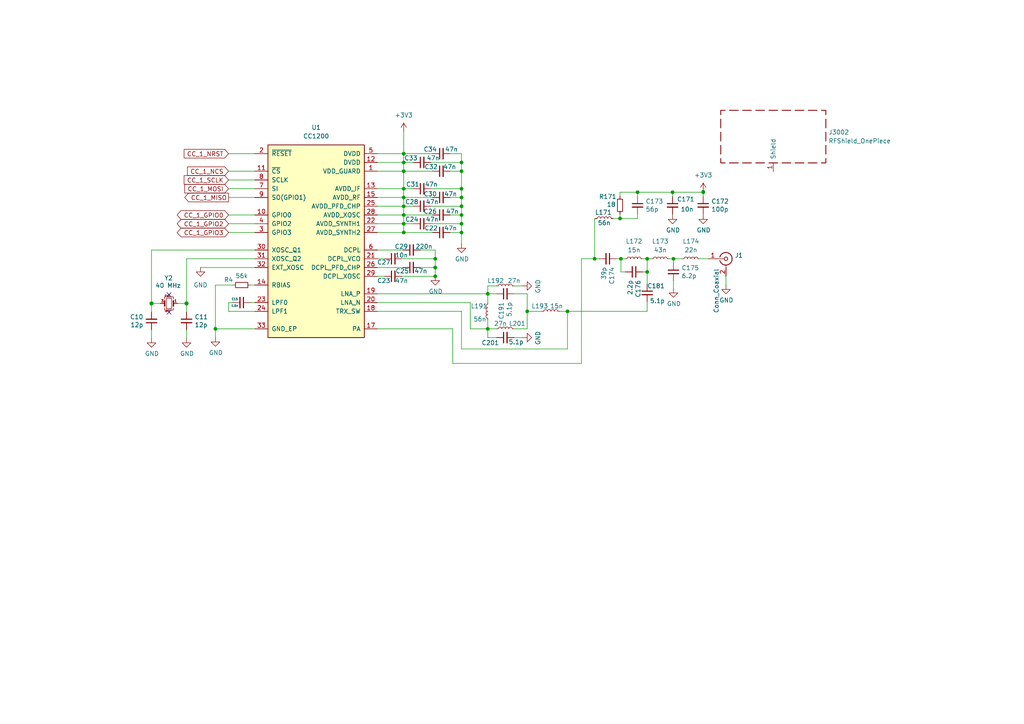
<source format=kicad_sch>
(kicad_sch (version 20211123) (generator eeschema)
  (paper "A4")
  (lib_symbols
    (symbol "Connector:Conn_Coaxial" (pin_names (offset 1.016) hide)
      (property "Reference" "J" (at 0.254 3.048 0))
      (property "Value" "Conn_Coaxial" (at 2.921 0 90))
      (symbol "Conn_Coaxial_0_1"
        (arc (start -1.778 -0.508) (mid 0.2311 -1.8066) (end 1.778 0) (stroke (width 0.254)))
        (polyline (pts (xy -2.54 0) (xy -0.508 0)))
        (polyline (pts (xy 0 -2.54) (xy 0 -1.778)))
        (circle (center 0 0) (radius 0.508) (stroke (width 0.2032)))
        (arc (start 1.778 0) (mid 0.2099 1.8101) (end -1.778 0.508) (stroke (width 0.254)))
      )
      (symbol "Conn_Coaxial_1_1"
        (pin passive line (at -5.08 0 0) (length 2.54) (name "In") (number "1"))
        (pin passive line (at 0 -5.08 90) (length 2.54) (name "Ext") (number "2"))
      )
    )
    (symbol "Device:Crystal_GND24_Small" (pin_names (offset 1.016) hide)
      (property "Reference" "Y" (at 1.27 4.445 0))
      (property "Value" "Crystal_GND24_Small" (at 1.27 2.54 0))
      (symbol "Crystal_GND24_Small_0_1"
        (rectangle (start -0.762 -1.524) (end 0.762 1.524))
        (polyline (pts (xy -1.27 -0.762) (xy -1.27 0.762)) (stroke (width 0.381)))
        (polyline (pts (xy 1.27 -0.762) (xy 1.27 0.762)) (stroke (width 0.381)))
        (polyline (pts (xy -1.27 -1.27) (xy -1.27 -1.905) (xy 1.27 -1.905) (xy 1.27 -1.27)))
        (polyline (pts (xy -1.27 1.27) (xy -1.27 1.905) (xy 1.27 1.905) (xy 1.27 1.27)))
      )
      (symbol "Crystal_GND24_Small_1_1"
        (pin passive line (at -2.54 0 0) (length 1.27) (name "1") (number "1"))
        (pin passive line (at 0 -2.54 90) (length 0.635) (name "2") (number "2"))
        (pin passive line (at 2.54 0 180) (length 1.27) (name "3") (number "3"))
        (pin passive line (at 0 2.54 270) (length 0.635) (name "4") (number "4"))
      )
    )
    (symbol "Device:L_Small" (pin_numbers hide) (pin_names (offset 0.254) hide)
      (property "Reference" "L" (at 0.762 1.016 0))
      (property "Value" "L_Small" (at 0.762 -1.016 0))
      (symbol "L_Small_0_1"
        (arc (start 0 -2.032) (mid 0.508 -1.524) (end 0 -1.016))
        (arc (start 0 -1.016) (mid 0.508 -0.508) (end 0 0))
        (arc (start 0 0) (mid 0.508 0.508) (end 0 1.016))
        (arc (start 0 1.016) (mid 0.508 1.524) (end 0 2.032))
      )
      (symbol "L_Small_1_1"
        (pin passive line (at 0 2.54 270) (length 0.508) (name "~") (number "1"))
        (pin passive line (at 0 -2.54 90) (length 0.508) (name "~") (number "2"))
      )
    )
    (symbol "Device:RFShield_OnePiece" (pin_names (offset 1.016))
      (property "Reference" "J" (at 0 5.08 0))
      (property "Value" "RFShield_OnePiece" (at 0 2.54 0))
      (symbol "RFShield_OnePiece_0_1"
        (polyline (pts (xy -15.24 -5.08) (xy -15.24 -2.54)) (stroke (width 0.254)))
        (polyline (pts (xy -15.24 -1.27) (xy -15.24 1.27)) (stroke (width 0.254)))
        (polyline (pts (xy -15.24 2.54) (xy -15.24 5.08)) (stroke (width 0.254)))
        (polyline (pts (xy -12.7 7.62) (xy -10.16 7.62)) (stroke (width 0.254)))
        (polyline (pts (xy -10.16 -7.62) (xy -12.7 -7.62)) (stroke (width 0.254)))
        (polyline (pts (xy -6.35 -7.62) (xy -8.89 -7.62)) (stroke (width 0.254)))
        (polyline (pts (xy -6.35 7.62) (xy -8.89 7.62)) (stroke (width 0.254)))
        (polyline (pts (xy -2.54 -7.62) (xy -5.08 -7.62)) (stroke (width 0.254)))
        (polyline (pts (xy -2.54 7.62) (xy -5.08 7.62)) (stroke (width 0.254)))
        (polyline (pts (xy -1.27 -7.62) (xy 1.27 -7.62)) (stroke (width 0.254)))
        (polyline (pts (xy 1.27 7.62) (xy -1.27 7.62)) (stroke (width 0.254)))
        (polyline (pts (xy 2.54 -7.62) (xy 5.08 -7.62)) (stroke (width 0.254)))
        (polyline (pts (xy 5.08 7.62) (xy 2.54 7.62)) (stroke (width 0.254)))
        (polyline (pts (xy 6.35 -7.62) (xy 8.89 -7.62)) (stroke (width 0.254)))
        (polyline (pts (xy 8.89 7.62) (xy 6.35 7.62)) (stroke (width 0.254)))
        (polyline (pts (xy 10.16 -7.62) (xy 12.7 -7.62)) (stroke (width 0.254)))
        (polyline (pts (xy 12.7 7.62) (xy 10.16 7.62)) (stroke (width 0.254)))
        (polyline (pts (xy 15.24 -5.08) (xy 15.24 -2.54)) (stroke (width 0.254)))
        (polyline (pts (xy 15.24 -1.27) (xy 15.24 1.27)) (stroke (width 0.254)))
        (polyline (pts (xy 15.24 2.54) (xy 15.24 5.08)) (stroke (width 0.254)))
        (polyline (pts (xy -15.24 6.35) (xy -15.24 7.62) (xy -13.97 7.62)) (stroke (width 0.254)))
        (polyline (pts (xy -13.97 -7.62) (xy -15.24 -7.62) (xy -15.24 -6.35)) (stroke (width 0.254)))
        (polyline (pts (xy 13.97 -7.62) (xy 15.24 -7.62) (xy 15.24 -6.35)) (stroke (width 0.254)))
        (polyline (pts (xy 15.24 6.35) (xy 15.24 7.62) (xy 13.97 7.62)) (stroke (width 0.254)))
      )
      (symbol "RFShield_OnePiece_1_1"
        (pin passive line (at 0 -10.16 90) (length 2.54) (name "Shield") (number "1"))
      )
    )
    (symbol "RF:CC1200" (pin_names (offset 1.016))
      (property "Reference" "U" (at -12.7 29.21 0))
      (property "Value" "CC1200" (at -10.16 -29.21 0))
      (symbol "CC1200_0_1"
        (rectangle (start -13.97 27.94) (end 13.97 -27.94) (stroke (width 0.254)) (fill (type background)))
      )
      (symbol "CC1200_1_1"
        (pin power_in line (at 17.78 20.32 180) (length 3.81) (name "VDD_GUARD") (number "1"))
        (pin bidirectional line (at -17.78 7.62 0) (length 3.81) (name "GPIO0") (number "10"))
        (pin input line (at -17.78 20.32 0) (length 3.81) (name "~{CS}") (number "11"))
        (pin power_in line (at 17.78 22.86 180) (length 3.81) (name "DVDD") (number "12"))
        (pin power_in line (at 17.78 15.24 180) (length 3.81) (name "AVDD_IF") (number "13"))
        (pin passive line (at -17.78 -12.7 0) (length 3.81) (name "RBIAS") (number "14"))
        (pin power_in line (at 17.78 12.7 180) (length 3.81) (name "AVDD_RF") (number "15"))
        (pin passive line (at 17.78 -25.4 180) (length 3.81) (name "PA") (number "17"))
        (pin passive line (at 17.78 -20.32 180) (length 3.81) (name "TRX_SW") (number "18"))
        (pin passive line (at 17.78 -15.24 180) (length 3.81) (name "LNA_P") (number "19"))
        (pin input line (at -17.78 25.4 0) (length 3.81) (name "~{RESET}") (number "2"))
        (pin passive line (at 17.78 -17.78 180) (length 3.81) (name "LNA_N") (number "20"))
        (pin power_out line (at 17.78 -5.08 180) (length 3.81) (name "DCPL_VCO") (number "21"))
        (pin power_in line (at 17.78 5.08 180) (length 3.81) (name "AVDD_SYNTH1") (number "22"))
        (pin passive line (at -17.78 -17.78 0) (length 3.81) (name "LPF0") (number "23"))
        (pin passive line (at -17.78 -20.32 0) (length 3.81) (name "LPF1") (number "24"))
        (pin power_in line (at 17.78 10.16 180) (length 3.81) (name "AVDD_PFD_CHP") (number "25"))
        (pin power_out line (at 17.78 -7.62 180) (length 3.81) (name "DCPL_PFD_CHP") (number "26"))
        (pin power_in line (at 17.78 2.54 180) (length 3.81) (name "AVDD_SYNTH2") (number "27"))
        (pin power_in line (at 17.78 7.62 180) (length 3.81) (name "AVDD_XOSC") (number "28"))
        (pin power_out line (at 17.78 -10.16 180) (length 3.81) (name "DCPL_XOSC") (number "29"))
        (pin bidirectional line (at -17.78 2.54 0) (length 3.81) (name "GPIO3") (number "3"))
        (pin passive line (at -17.78 -2.54 0) (length 3.81) (name "XOSC_Q1") (number "30"))
        (pin passive line (at -17.78 -5.08 0) (length 3.81) (name "XOSC_Q2") (number "31"))
        (pin input line (at -17.78 -7.62 0) (length 3.81) (name "EXT_XOSC") (number "32"))
        (pin power_in line (at -17.78 -25.4 0) (length 3.81) (name "GND_EP") (number "33"))
        (pin bidirectional line (at -17.78 5.08 0) (length 3.81) (name "GPIO2") (number "4"))
        (pin power_in line (at 17.78 25.4 180) (length 3.81) (name "DVDD") (number "5"))
        (pin power_out line (at 17.78 -2.54 180) (length 3.81) (name "DCPL") (number "6"))
        (pin input line (at -17.78 15.24 0) (length 3.81) (name "SI") (number "7"))
        (pin input line (at -17.78 17.78 0) (length 3.81) (name "SCLK") (number "8"))
        (pin bidirectional line (at -17.78 12.7 0) (length 3.81) (name "SO(GPIO1)") (number "9"))
      )
    )
    (symbol "pkl_device:pkl_C_Small" (pin_numbers hide) (pin_names (offset 0.254) hide)
      (property "Reference" "C" (at 0.254 1.778 0))
      (property "Value" "pkl_C_Small" (at 0.254 -2.032 0))
      (symbol "pkl_C_Small_0_1"
        (polyline (pts (xy -1.524 -0.508) (xy 1.524 -0.508)) (stroke (width 0.3302)))
        (polyline (pts (xy -1.524 0.508) (xy 1.524 0.508)) (stroke (width 0.3048)))
      )
      (symbol "pkl_C_Small_1_1"
        (pin passive line (at 0 2.54 270) (length 1.905) (name "~") (number "1"))
        (pin passive line (at 0 -2.54 90) (length 2.032) (name "~") (number "2"))
      )
    )
    (symbol "pkl_device:pkl_R_Small" (pin_numbers hide) (pin_names (offset 0.254) hide)
      (property "Reference" "R" (at 0.762 0.508 0))
      (property "Value" "pkl_R_Small" (at 0.762 -1.016 0))
      (symbol "pkl_R_Small_0_1"
        (rectangle (start -0.762 1.778) (end 0.762 -1.778) (stroke (width 0.2032)))
      )
      (symbol "pkl_R_Small_1_1"
        (pin passive line (at 0 2.54 270) (length 0.762) (name "~") (number "1"))
        (pin passive line (at 0 -2.54 90) (length 0.762) (name "~") (number "2"))
      )
    )
    (symbol "power:+3.3V" (power) (pin_names (offset 0))
      (property "Value" "+3.3V" (at 0 3.556 0))
      (symbol "+3.3V_0_1"
        (polyline (pts (xy -0.762 1.27) (xy 0 2.54)))
        (polyline (pts (xy 0 0) (xy 0 2.54)))
        (polyline (pts (xy 0 2.54) (xy 0.762 1.27)))
      )
      (symbol "+3.3V_1_1"
        (pin power_in line (at 0 0 90) (length 0) hide (name "+3V3") (number "1"))
      )
    )
    (symbol "power:GND" (power) (pin_names (offset 0))
      (property "Value" "GND" (at 0 -3.81 0))
      (symbol "GND_0_1"
        (polyline (pts (xy 0 0) (xy 0 -1.27) (xy 1.27 -1.27) (xy 0 -2.54) (xy -1.27 -1.27) (xy 0 -1.27)))
      )
      (symbol "GND_1_1"
        (pin power_in line (at 0 0 270) (length 0) hide (name "GND") (number "1"))
      )
    )
  )
  (junction (at 203.962 55.753))
  (junction (at 152.908 90.297))
  (junction (at 117.094 62.357))
  (junction (at 133.858 67.437))
  (junction (at 126.238 75.057))
  (junction (at 179.832 63.373))
  (junction (at 203.962 55.6261))
  (junction (at 141.478 85.217))
  (junction (at 117.094 49.657))
  (junction (at 187.706 78.867))
  (junction (at 195.326 75.057))
  (junction (at 133.858 47.117))
  (junction (at 133.858 57.277))
  (junction (at 117.094 47.117))
  (junction (at 126.238 77.597))
  (junction (at 126.238 80.137))
  (junction (at 133.858 62.357))
  (junction (at 117.094 67.437))
  (junction (at 133.858 49.657))
  (junction (at 133.858 64.897))
  (junction (at 164.592 90.297))
  (junction (at 180.086 75.057))
  (junction (at 43.942 88.011) (diameter 1.016))
  (junction (at 195.072 55.753))
  (junction (at 184.912 55.753))
  (junction (at 133.858 59.817))
  (junction (at 54.102 88.011) (diameter 1.016))
  (junction (at 117.094 44.577))
  (junction (at 117.094 59.817))
  (junction (at 117.094 54.737))
  (junction (at 172.466 75.057))
  (junction (at 141.478 95.377))
  (junction (at 117.094 57.277))
  (junction (at 62.484 95.377))
  (junction (at 133.858 54.737))
  (junction (at 117.094 64.897))
  (junction (at 187.706 75.057))
  (no_connect (at 49.022 90.551))
  (no_connect (at 49.022 85.471))
  (wire (pts (xy 133.858 47.117) (xy 133.858 49.657)))
  (wire (pts (xy 203.962 55.6261) (xy 203.962 55.753)))
  (wire (pts (xy 186.436 78.867) (xy 187.706 78.867)))
  (wire (pts (xy 177.8 63.373) (xy 179.832 63.373)))
  (wire (pts (xy 117.094 64.897) (xy 117.094 67.437)))
  (wire (pts (xy 117.094 62.357) (xy 125.476 62.357)))
  (wire (pts (xy 187.706 87.503) (xy 187.706 90.297)))
  (wire (pts (xy 66.294 87.757) (xy 67.564 87.757)))
  (wire (pts (xy 117.094 67.437) (xy 125.476 67.437)))
  (wire (pts (xy 172.466 63.373) (xy 172.72 63.373)))
  (wire (pts (xy 124.968 64.897) (xy 133.858 64.897)))
  (wire (pts (xy 117.094 47.117) (xy 119.888 47.117)))
  (wire (pts (xy 136.398 87.757) (xy 136.398 95.377)))
  (wire (pts (xy 124.968 59.817) (xy 133.858 59.817)))
  (wire (pts (xy 157.226 90.297) (xy 152.908 90.297)))
  (wire (pts (xy 131.318 95.377) (xy 131.318 105.41)))
  (wire (pts (xy 117.094 49.657) (xy 125.476 49.657)))
  (wire (pts (xy 117.094 57.277) (xy 117.094 59.817)))
  (wire (pts (xy 109.474 80.137) (xy 111.506 80.137)))
  (wire (pts (xy 168.656 105.41) (xy 168.656 75.057)))
  (wire (pts (xy 43.942 95.631) (xy 43.942 98.171)))
  (wire (pts (xy 43.942 90.551) (xy 43.942 88.011)))
  (wire (pts (xy 66.294 52.197) (xy 73.914 52.197)))
  (wire (pts (xy 184.912 55.753) (xy 195.072 55.753)))
  (wire (pts (xy 124.968 54.737) (xy 133.858 54.737)))
  (wire (pts (xy 54.102 75.057) (xy 73.914 75.057)))
  (wire (pts (xy 66.294 90.297) (xy 66.294 87.757)))
  (wire (pts (xy 43.942 72.517) (xy 73.914 72.517)))
  (wire (pts (xy 133.858 44.577) (xy 133.858 47.117)))
  (wire (pts (xy 43.942 88.011) (xy 46.482 88.011)))
  (wire (pts (xy 66.294 54.737) (xy 73.914 54.737)))
  (wire (pts (xy 43.942 72.517) (xy 43.942 88.011)))
  (wire (pts (xy 66.294 64.897) (xy 73.914 64.897)))
  (wire (pts (xy 149.098 95.377) (xy 152.908 95.377)))
  (wire (pts (xy 187.706 78.867) (xy 187.706 75.057)))
  (wire (pts (xy 66.294 49.657) (xy 73.914 49.657)))
  (wire (pts (xy 131.318 105.41) (xy 168.656 105.41)))
  (wire (pts (xy 133.858 57.277) (xy 133.858 59.817)))
  (wire (pts (xy 109.474 77.597) (xy 116.84 77.597)))
  (wire (pts (xy 109.474 75.057) (xy 111.506 75.057)))
  (wire (pts (xy 117.094 44.577) (xy 125.476 44.577)))
  (wire (pts (xy 124.968 47.117) (xy 133.858 47.117)))
  (wire (pts (xy 179.832 55.753) (xy 184.912 55.753)))
  (wire (pts (xy 109.474 85.217) (xy 141.478 85.217)))
  (wire (pts (xy 54.102 95.631) (xy 54.102 98.171)))
  (wire (pts (xy 58.166 77.597) (xy 73.914 77.597)))
  (wire (pts (xy 195.072 62.103) (xy 195.072 62.357)))
  (wire (pts (xy 109.474 72.517) (xy 116.84 72.517)))
  (wire (pts (xy 109.474 95.377) (xy 131.318 95.377)))
  (wire (pts (xy 179.832 57.023) (xy 179.832 55.753)))
  (wire (pts (xy 117.094 59.817) (xy 119.888 59.817)))
  (wire (pts (xy 144.018 97.917) (xy 141.478 97.917)))
  (wire (pts (xy 195.326 81.407) (xy 195.326 83.693)))
  (wire (pts (xy 109.474 62.357) (xy 117.094 62.357)))
  (wire (pts (xy 172.466 63.373) (xy 172.466 75.057)))
  (wire (pts (xy 195.072 57.023) (xy 195.072 55.753)))
  (wire (pts (xy 116.586 75.057) (xy 126.238 75.057)))
  (wire (pts (xy 117.094 57.277) (xy 125.476 57.277)))
  (wire (pts (xy 133.858 90.297) (xy 133.858 101.219)))
  (wire (pts (xy 130.556 44.577) (xy 133.858 44.577)))
  (wire (pts (xy 117.094 54.737) (xy 119.888 54.737)))
  (wire (pts (xy 117.094 59.817) (xy 117.094 62.357)))
  (wire (pts (xy 144.018 85.217) (xy 141.478 85.217)))
  (wire (pts (xy 195.326 75.057) (xy 195.326 76.327)))
  (wire (pts (xy 66.294 67.437) (xy 73.914 67.437)))
  (wire (pts (xy 141.478 85.217) (xy 141.478 87.757)))
  (wire (pts (xy 73.914 95.377) (xy 62.484 95.377)))
  (wire (pts (xy 133.858 54.737) (xy 133.858 57.277)))
  (wire (pts (xy 136.398 95.377) (xy 141.478 95.377)))
  (wire (pts (xy 203.962 62.103) (xy 203.962 62.357)))
  (wire (pts (xy 130.556 57.277) (xy 133.858 57.277)))
  (wire (pts (xy 184.912 55.753) (xy 184.912 57.023)))
  (wire (pts (xy 66.294 62.357) (xy 73.914 62.357)))
  (wire (pts (xy 54.102 75.057) (xy 54.102 88.011)))
  (wire (pts (xy 141.478 92.837) (xy 141.478 95.377)))
  (wire (pts (xy 117.094 47.117) (xy 117.094 49.657)))
  (wire (pts (xy 126.238 75.057) (xy 126.238 77.597)))
  (wire (pts (xy 72.644 87.757) (xy 73.914 87.757)))
  (wire (pts (xy 149.098 85.217) (xy 152.908 85.217)))
  (wire (pts (xy 109.474 47.117) (xy 117.094 47.117)))
  (wire (pts (xy 202.946 75.057) (xy 205.486 75.057)))
  (wire (pts (xy 181.356 78.867) (xy 180.086 78.867)))
  (wire (pts (xy 109.474 64.897) (xy 117.094 64.897)))
  (wire (pts (xy 117.094 64.897) (xy 119.888 64.897)))
  (wire (pts (xy 133.858 101.219) (xy 164.592 101.219)))
  (wire (pts (xy 130.556 62.357) (xy 133.858 62.357)))
  (wire (pts (xy 109.474 59.817) (xy 117.094 59.817)))
  (wire (pts (xy 130.556 49.657) (xy 133.858 49.657)))
  (wire (pts (xy 126.238 77.597) (xy 126.238 80.137)))
  (wire (pts (xy 141.478 95.377) (xy 144.018 95.377)))
  (wire (pts (xy 195.326 75.057) (xy 197.866 75.057)))
  (wire (pts (xy 62.484 95.377) (xy 62.484 97.917)))
  (wire (pts (xy 141.478 95.377) (xy 141.478 97.917)))
  (wire (pts (xy 187.706 78.867) (xy 187.706 82.423)))
  (wire (pts (xy 187.706 75.057) (xy 188.976 75.057)))
  (wire (pts (xy 109.474 44.577) (xy 117.094 44.577)))
  (wire (pts (xy 109.474 57.277) (xy 117.094 57.277)))
  (wire (pts (xy 149.098 97.917) (xy 151.638 97.917)))
  (wire (pts (xy 130.556 67.437) (xy 133.858 67.437)))
  (wire (pts (xy 184.912 62.103) (xy 184.912 63.373)))
  (wire (pts (xy 109.474 67.437) (xy 117.094 67.437)))
  (wire (pts (xy 194.056 75.057) (xy 195.326 75.057)))
  (wire (pts (xy 144.018 82.931) (xy 141.478 82.931)))
  (wire (pts (xy 121.92 72.517) (xy 126.238 72.517)))
  (wire (pts (xy 141.478 82.931) (xy 141.478 85.217)))
  (wire (pts (xy 73.914 90.297) (xy 66.294 90.297)))
  (wire (pts (xy 162.306 90.297) (xy 164.592 90.297)))
  (wire (pts (xy 54.102 88.011) (xy 54.102 90.551)))
  (wire (pts (xy 164.592 90.297) (xy 164.592 101.219)))
  (wire (pts (xy 180.086 75.057) (xy 181.356 75.057)))
  (wire (pts (xy 109.474 49.657) (xy 117.094 49.657)))
  (wire (pts (xy 62.484 82.677) (xy 62.484 95.377)))
  (wire (pts (xy 179.832 63.373) (xy 184.912 63.373)))
  (wire (pts (xy 172.466 75.057) (xy 173.736 75.057)))
  (wire (pts (xy 133.858 49.657) (xy 133.858 54.737)))
  (wire (pts (xy 152.908 90.297) (xy 152.908 85.217)))
  (wire (pts (xy 178.816 75.057) (xy 180.086 75.057)))
  (wire (pts (xy 126.238 72.517) (xy 126.238 75.057)))
  (wire (pts (xy 117.094 62.357) (xy 117.094 64.897)))
  (wire (pts (xy 66.294 44.577) (xy 73.914 44.577)))
  (wire (pts (xy 180.086 78.867) (xy 180.086 75.057)))
  (wire (pts (xy 187.706 75.057) (xy 186.436 75.057)))
  (wire (pts (xy 66.294 57.277) (xy 73.914 57.277)))
  (wire (pts (xy 109.474 54.737) (xy 117.094 54.737)))
  (wire (pts (xy 117.094 44.577) (xy 117.094 47.117)))
  (wire (pts (xy 121.92 77.597) (xy 126.238 77.597)))
  (wire (pts (xy 152.908 95.377) (xy 152.908 90.297)))
  (wire (pts (xy 133.858 67.437) (xy 133.858 70.739)))
  (wire (pts (xy 72.644 82.677) (xy 73.914 82.677)))
  (wire (pts (xy 179.832 62.103) (xy 179.832 63.373)))
  (wire (pts (xy 116.586 80.137) (xy 126.238 80.137)))
  (wire (pts (xy 149.098 82.931) (xy 151.638 82.931)))
  (wire (pts (xy 117.094 54.737) (xy 117.094 57.277)))
  (wire (pts (xy 195.072 55.753) (xy 203.962 55.753)))
  (wire (pts (xy 117.094 38.227) (xy 117.094 44.577)))
  (wire (pts (xy 109.474 90.297) (xy 133.858 90.297)))
  (wire (pts (xy 210.566 80.137) (xy 210.566 82.677)))
  (wire (pts (xy 168.656 75.057) (xy 172.466 75.057)))
  (wire (pts (xy 203.962 55.753) (xy 203.962 57.023)))
  (wire (pts (xy 67.564 82.677) (xy 62.484 82.677)))
  (wire (pts (xy 133.858 62.357) (xy 133.858 64.897)))
  (wire (pts (xy 133.858 64.897) (xy 133.858 67.437)))
  (wire (pts (xy 164.592 90.297) (xy 187.706 90.297)))
  (wire (pts (xy 117.094 49.657) (xy 117.094 54.737)))
  (wire (pts (xy 133.858 59.817) (xy 133.858 62.357)))
  (wire (pts (xy 51.562 88.011) (xy 54.102 88.011)))
  (wire (pts (xy 109.474 87.757) (xy 136.398 87.757)))
  (global_label "CC_1_GPIO0" (shape bidirectional) (at 66.294 62.357 180) (property "Intersheet References" "${INTERSHEET_REFS}" (effects hide)))
  (global_label "CC_1_NCS" (shape input) (at 66.294 49.657 180) (property "Intersheet References" "${INTERSHEET_REFS}" (effects hide)))
  (global_label "CC_1_GPIO3" (shape bidirectional) (at 66.294 67.437 180) (property "Intersheet References" "${INTERSHEET_REFS}" (effects hide)))
  (global_label "CC_1_MISO" (shape output) (at 66.294 57.277 180) (property "Intersheet References" "${INTERSHEET_REFS}" (effects hide)))
  (global_label "CC_1_GPIO2" (shape bidirectional) (at 66.294 64.897 180) (property "Intersheet References" "${INTERSHEET_REFS}" (effects hide)))
  (global_label "CC_1_SCLK" (shape input) (at 66.294 52.197 180) (property "Intersheet References" "${INTERSHEET_REFS}" (effects hide)))
  (global_label "CC_1_NRST" (shape input) (at 66.294 44.577 180) (property "Intersheet References" "${INTERSHEET_REFS}" (effects hide)))
  (global_label "CC_1_MOSI" (shape input) (at 66.294 54.737 180) (property "Intersheet References" "${INTERSHEET_REFS}" (effects hide)))
  (symbol (lib_id "Connector:Conn_Coaxial") (at 210.566 75.057 0) (unit 1)
    (property "Reference" "J1" (at 213.106 74.0801 0) (effects (justify left)))
    (property "Value" "Conn_Coaxial" (at 207.772 90.805 90) (effects (justify left)))
    (property "Footprint" "Connector_Coaxial:HJ_Tech_SMA_Horizontal_Board_Edge_RF" (effects hide))
    (property "Datasheet" "LCSC: C2693811" (effects hide))
  )
  (symbol (lib_id "pkl_device:pkl_C_Small") (at 122.428 64.897 90) (unit 1)
    (property "Reference" "C24" (at 121.412 63.627 90) (effects (justify left)))
    (property "Value" "47n" (at 127.254 63.627 90) (effects (justify left)))
    (property "Footprint" "Capacitor_SMD:C_0805_2012Metric" (effects hide))
    (property "Datasheet" "LCSC: C520035" (effects hide))
  )
  (symbol (lib_id "pkl_device:pkl_C_Small") (at 187.706 84.963 0) (unit 1)
    (property "Reference" "C181" (at 187.706 82.931 0) (effects (justify left)))
    (property "Value" "5.1p" (at 188.468 87.249 0) (effects (justify left)))
    (property "Footprint" "Capacitor_SMD:C_0603_1608Metric" (effects hide))
    (property "Datasheet" "LCSC: C882560" (effects hide))
  )
  (symbol (lib_id "pkl_device:pkl_C_Small") (at 146.558 97.917 90) (mirror x) (unit 1)
    (property "Reference" "C201" (at 144.78 99.441 90) (effects (justify left)))
    (property "Value" "5.1p" (at 151.892 99.187 90) (effects (justify left)))
    (property "Footprint" "Capacitor_SMD:C_0603_1608Metric" (effects hide))
    (property "Datasheet" "LCSC: C882560" (effects hide))
  )
  (symbol (lib_id "power:GND") (at 151.638 82.931 90) (mirror x) (unit 1)
    (property "Reference" "#PWR0123" (effects hide))
    (property "Value" "GND" (at 156.0322 83.058 0))
  )
  (symbol (lib_id "pkl_device:pkl_C_Small") (at 176.276 75.057 270) (unit 1)
    (property "Reference" "C174" (at 177.4444 77.3938 0) (effects (justify left)))
    (property "Value" "39p" (at 175.133 77.3938 0) (effects (justify left)))
    (property "Footprint" "Capacitor_SMD:C_0603_1608Metric" (effects hide))
    (property "Datasheet" "LCSC: C126563" (effects hide))
  )
  (symbol (lib_id "pkl_device:pkl_R_Small") (at 179.832 59.563 0) (unit 1)
    (property "Reference" "R171" (at 176.276 57.023 0))
    (property "Value" "18" (at 177.292 59.309 0))
    (property "Footprint" "Resistor_SMD:R_0603_1608Metric" (effects hide))
    (property "Datasheet" "LCSC: C403440" (effects hide))
  )
  (symbol (lib_id "pkl_device:pkl_C_Small") (at 146.558 85.217 90) (mirror x) (unit 1)
    (property "Reference" "C191" (at 145.3896 87.5538 0) (effects (justify left)))
    (property "Value" "5.1p" (at 147.701 87.5538 0) (effects (justify left)))
    (property "Footprint" "Capacitor_SMD:C_0603_1608Metric" (effects hide))
    (property "Datasheet" "LCSC: C882560" (effects hide))
  )
  (symbol (lib_id "power:GND") (at 43.942 98.171 0) (unit 1)
    (property "Reference" "#PWR0117" (effects hide))
    (property "Value" "GND" (at 44.069 102.5652 0))
  )
  (symbol (lib_id "Device:L_Small") (at 159.766 90.297 90) (unit 1)
    (property "Reference" "L193" (at 159.004 88.773 90) (effects (justify left)))
    (property "Value" "15n" (at 163.322 88.773 90) (effects (justify left)))
    (property "Footprint" "Inductor_SMD:L_0402_1005Metric" (effects hide))
    (property "Datasheet" "LCSC: C502013" (effects hide))
  )
  (symbol (lib_id "pkl_device:pkl_C_Small") (at 122.428 59.817 90) (unit 1)
    (property "Reference" "C28" (at 121.412 58.547 90) (effects (justify left)))
    (property "Value" "47n" (at 127.254 58.547 90) (effects (justify left)))
    (property "Footprint" "Capacitor_SMD:C_0805_2012Metric" (effects hide))
    (property "Datasheet" "LCSC: C520035" (effects hide))
  )
  (symbol (lib_id "Device:Crystal_GND24_Small") (at 49.022 88.011 180) (unit 1)
    (property "Reference" "Y2" (at 48.895 80.645 0))
    (property "Value" "40 MHz" (at 48.768 82.804 0))
    (property "Footprint" "Crystal:Crystal_SMD_2016-4Pin_2.0x1.6mm" (effects hide))
    (property "Datasheet" "LCSC: C516561" (effects hide))
  )
  (symbol (lib_id "Device:L_Small") (at 141.478 90.297 0) (mirror y) (unit 1)
    (property "Reference" "L191" (at 138.938 88.773 0))
    (property "Value" "56n" (at 139.192 92.583 0))
    (property "Footprint" "Inductor_SMD:L_0603_1608Metric" (effects hide))
    (property "Datasheet" "LCSC: C87538" (effects hide))
  )
  (symbol (lib_id "pkl_device:pkl_C_Small") (at 119.38 77.597 90) (unit 1)
    (property "Reference" "C25" (at 118.618 78.613 90) (effects (justify left)))
    (property "Value" "47n" (at 123.952 78.613 90) (effects (justify left)))
    (property "Footprint" "Capacitor_SMD:C_0201_0603Metric" (effects hide))
    (property "Datasheet" "LCSC: C302047" (effects hide))
  )
  (symbol (lib_id "pkl_device:pkl_C_Small") (at 122.428 54.737 90) (unit 1)
    (property "Reference" "C31" (at 121.666 53.467 90) (effects (justify left)))
    (property "Value" "47n" (at 127 53.467 90) (effects (justify left)))
    (property "Footprint" "Capacitor_SMD:C_0805_2012Metric" (effects hide))
    (property "Datasheet" "LCSC: C520035" (effects hide))
  )
  (symbol (lib_id "pkl_device:pkl_C_Small") (at 122.428 47.117 90) (unit 1)
    (property "Reference" "C33" (at 121.158 45.847 90) (effects (justify left)))
    (property "Value" "47n" (at 127.508 45.847 90) (effects (justify left)))
    (property "Footprint" "Capacitor_SMD:C_0805_2012Metric" (effects hide))
    (property "Datasheet" "LCSC: C520035" (effects hide))
  )
  (symbol (lib_id "power:+3.3V") (at 117.094 38.227 0) (unit 1)
    (property "Reference" "#PWR0118" (effects hide))
    (property "Value" "+3.3V" (at 117.094 33.401 0))
  )
  (symbol (lib_id "pkl_device:pkl_C_Small") (at 54.102 93.091 0) (unit 1)
    (property "Reference" "C11" (at 56.4388 91.9226 0) (effects (justify left)))
    (property "Value" "12p" (at 56.4388 94.234 0) (effects (justify left)))
    (property "Footprint" "Capacitor_SMD:C_0201_0603Metric" (effects hide))
    (property "Datasheet" "LCSC: C302056" (effects hide))
  )
  (symbol (lib_id "pkl_device:pkl_C_Small") (at 183.896 78.867 270) (unit 1)
    (property "Reference" "C176" (at 185.0644 81.2038 0) (effects (justify left)))
    (property "Value" "2.2p" (at 182.753 81.2038 0) (effects (justify left)))
    (property "Footprint" "Capacitor_SMD:C_0402_1005Metric" (effects hide))
    (property "Datasheet" "LCSC: C437438" (effects hide))
  )
  (symbol (lib_id "Device:RFShield_OnePiece") (at 224.282 39.624 0) (unit 1)
    (property "Reference" "J3002" (at 240.284 38.3539 0) (effects (justify left)))
    (property "Value" "RFShield_OnePiece" (at 240.284 40.8939 0) (effects (justify left)))
    (property "Footprint" "RF_Shielding:Wuerth_36103255_25x25mm" (effects hide))
  )
  (symbol (lib_id "power:GND") (at 62.484 97.917 0) (unit 1)
    (property "Reference" "#PWR0114" (effects hide))
    (property "Value" "GND" (at 62.611 102.3112 0))
  )
  (symbol (lib_id "pkl_device:pkl_C_Small") (at 195.326 78.867 0) (unit 1)
    (property "Reference" "C175" (at 197.6628 77.6986 0) (effects (justify left)))
    (property "Value" "6.2p" (at 197.6628 80.01 0) (effects (justify left)))
    (property "Footprint" "Capacitor_SMD:C_0402_1005Metric" (effects hide))
    (property "Datasheet" "LCSC: C161332" (effects hide))
  )
  (symbol (lib_id "power:+3.3V") (at 203.962 55.6261 0) (unit 1)
    (property "Reference" "#PWR0120" (effects hide))
    (property "Value" "+3.3V" (at 203.962 50.8001 0))
  )
  (symbol (lib_id "pkl_device:pkl_C_Small") (at 114.046 75.057 90) (unit 1)
    (property "Reference" "C27" (at 113.284 76.073 90) (effects (justify left)))
    (property "Value" "10n" (at 118.364 74.041 90) (effects (justify left)))
    (property "Footprint" "Capacitor_SMD:C_01005_0402Metric" (effects hide))
    (property "Datasheet" "LCSC: C91601" (effects hide))
  )
  (symbol (lib_id "pkl_device:pkl_C_Small") (at 203.962 59.563 0) (unit 1)
    (property "Reference" "C172" (at 206.2988 58.3946 0) (effects (justify left)))
    (property "Value" "100p" (at 206.2988 60.706 0) (effects (justify left)))
    (property "Footprint" "Capacitor_SMD:C_0603_1608Metric" (effects hide))
    (property "Datasheet" "LCSC: C77053" (effects hide))
  )
  (symbol (lib_id "Device:L_Small") (at 175.26 63.373 90) (unit 1)
    (property "Reference" "L171" (at 175.006 61.595 90))
    (property "Value" "56n" (at 175.26 64.643 90))
    (property "Footprint" "Inductor_SMD:L_0603_1608Metric" (effects hide))
    (property "Datasheet" "LCSC: C87538" (effects hide))
  )
  (symbol (lib_id "power:GND") (at 54.102 98.171 0) (unit 1)
    (property "Reference" "#PWR0113" (effects hide))
    (property "Value" "GND" (at 54.229 102.5652 0))
  )
  (symbol (lib_id "pkl_device:pkl_R_Small") (at 70.104 82.677 270) (unit 1)
    (property "Reference" "R4" (at 66.294 81.153 90))
    (property "Value" "56k" (at 70.104 80.01 90))
    (property "Footprint" "Resistor_SMD:R_0805_2012Metric" (effects hide))
    (property "Datasheet" "LCSC: C204332" (effects hide))
  )
  (symbol (lib_id "Device:L_Small") (at 191.516 75.057 90) (unit 1)
    (property "Reference" "L173" (at 191.516 69.977 90))
    (property "Value" "43n" (at 191.516 72.517 90))
    (property "Footprint" "Inductor_SMD:L_0402_1005Metric" (effects hide))
    (property "Datasheet" "LCSC: C167478" (effects hide))
  )
  (symbol (lib_id "power:GND") (at 195.326 83.693 0) (unit 1)
    (property "Reference" "#PWR028" (effects hide))
    (property "Value" "GND" (at 195.453 88.0872 0))
  )
  (symbol (lib_id "power:GND") (at 151.638 97.917 90) (mirror x) (unit 1)
    (property "Reference" "#PWR0122" (effects hide))
    (property "Value" "GND" (at 156.0322 98.044 0))
  )
  (symbol (lib_id "pkl_device:pkl_C_Small") (at 114.046 80.137 90) (unit 1)
    (property "Reference" "C23" (at 113.284 81.407 90) (effects (justify left)))
    (property "Value" "47n" (at 118.364 81.407 90) (effects (justify left)))
    (property "Footprint" "Capacitor_SMD:C_0603_1608Metric" (effects hide))
    (property "Datasheet" "LCSC: C302047" (effects hide))
  )
  (symbol (lib_id "power:GND") (at 203.962 62.357 0) (unit 1)
    (property "Reference" "#PWR030" (effects hide))
    (property "Value" "GND" (at 204.089 66.7512 0))
  )
  (symbol (lib_id "power:GND") (at 195.072 62.357 0) (unit 1)
    (property "Reference" "#PWR027" (effects hide))
    (property "Value" "GND" (at 195.199 66.7512 0))
  )
  (symbol (lib_id "pkl_device:pkl_C_Small") (at 128.016 44.577 90) (unit 1)
    (property "Reference" "C34" (at 126.746 43.307 90) (effects (justify left)))
    (property "Value" "47n" (at 132.842 43.307 90) (effects (justify left)))
    (property "Footprint" "Capacitor_SMD:C_0805_2012Metric" (effects hide))
    (property "Datasheet" "LCSC: C520035" (effects hide))
  )
  (symbol (lib_id "pkl_device:pkl_C_Small") (at 119.38 72.517 90) (unit 1)
    (property "Reference" "C29" (at 118.364 71.501 90) (effects (justify left)))
    (property "Value" "220n" (at 125.476 71.501 90) (effects (justify left)))
    (property "Footprint" "Capacitor_SMD:C_0603_1608Metric" (effects hide))
    (property "Datasheet" "LCSC: C335532" (effects hide))
  )
  (symbol (lib_id "pkl_device:pkl_C_Small") (at 128.016 67.437 90) (unit 1)
    (property "Reference" "C22" (at 127 66.167 90) (effects (justify left)))
    (property "Value" "47n" (at 132.588 66.167 90) (effects (justify left)))
    (property "Footprint" "Capacitor_SMD:C_0805_2012Metric" (effects hide))
    (property "Datasheet" "LCSC: C520035" (effects hide))
  )
  (symbol (lib_id "power:GND") (at 210.566 82.677 0) (unit 1)
    (property "Reference" "#PWR0124" (effects hide))
    (property "Value" "GND" (at 210.693 87.0712 0))
  )
  (symbol (lib_id "Device:L_Small") (at 200.406 75.057 90) (unit 1)
    (property "Reference" "L174" (at 200.406 69.977 90))
    (property "Value" "22n" (at 200.406 72.517 90))
    (property "Footprint" "Inductor_SMD:L_0402_1005Metric" (effects hide))
    (property "Datasheet" "LCSC: C12670" (effects hide))
  )
  (symbol (lib_id "pkl_device:pkl_C_Small") (at 70.104 87.757 270) (unit 1)
    (property "Reference" "C15" (at 67.183 86.741 90) (effects (font (size 0.6 0.6)) (justify left)))
    (property "Value" "1.5n" (at 67.056 88.646 90) (effects (font (size 0.6 0.6)) (justify left)))
    (property "Footprint" "Capacitor_SMD:C_0805_2012Metric" (effects hide))
    (property "Datasheet" "LCSC: C319195" (effects hide))
  )
  (symbol (lib_id "power:GND") (at 133.858 70.739 0) (unit 1)
    (property "Reference" "#PWR0115" (effects hide))
    (property "Value" "GND" (at 133.985 75.1332 0))
  )
  (symbol (lib_id "power:GND") (at 58.166 77.597 0) (unit 1)
    (property "Reference" "#PWR0108" (effects hide))
    (property "Value" "GND" (at 58.166 82.677 0))
  )
  (symbol (lib_id "pkl_device:pkl_C_Small") (at 128.016 62.357 90) (unit 1)
    (property "Reference" "C26" (at 126.746 61.341 90) (effects (justify left)))
    (property "Value" "47n" (at 133.096 61.341 90) (effects (justify left)))
    (property "Footprint" "Capacitor_SMD:C_0805_2012Metric" (effects hide))
    (property "Datasheet" "LCSC: C520035" (effects hide))
  )
  (symbol (lib_id "pkl_device:pkl_C_Small") (at 128.016 49.657 90) (unit 1)
    (property "Reference" "C32" (at 127 48.387 90) (effects (justify left)))
    (property "Value" "47n" (at 132.334 48.387 90) (effects (justify left)))
    (property "Footprint" "Capacitor_SMD:C_0805_2012Metric" (effects hide))
    (property "Datasheet" "LCSC: C520035" (effects hide))
  )
  (symbol (lib_id "Device:L_Small") (at 183.896 75.057 90) (unit 1)
    (property "Reference" "L172" (at 183.896 69.977 90))
    (property "Value" "15n" (at 183.896 72.517 90))
    (property "Footprint" "Inductor_SMD:L_0402_1005Metric" (effects hide))
    (property "Datasheet" "LCSC: C502013" (effects hide))
  )
  (symbol (lib_id "RF:CC1200") (at 91.694 69.977 0) (unit 1)
    (property "Reference" "U1" (at 91.694 36.957 0))
    (property "Value" "CC1200" (at 91.694 39.497 0))
    (property "Footprint" "Package_DFN_QFN:QFN-32-1EP_5x5mm_P0.5mm_EP3.45x3.45mm" (effects hide))
    (property "Datasheet" "http://www.ti.com/lit/ds/symlink/cc1200.pdf" (effects hide))
  )
  (symbol (lib_id "pkl_device:pkl_C_Small") (at 184.912 59.563 0) (unit 1)
    (property "Reference" "C173" (at 187.2488 58.3946 0) (effects (justify left)))
    (property "Value" "56p" (at 187.2488 60.706 0) (effects (justify left)))
    (property "Footprint" "Capacitor_SMD:C_0603_1608Metric" (effects hide))
    (property "Datasheet" "LCSC: C338104" (effects hide))
  )
  (symbol (lib_id "pkl_device:pkl_C_Small") (at 195.072 59.563 0) (unit 1)
    (property "Reference" "C171" (at 196.342 57.785 0) (effects (justify left)))
    (property "Value" "10n" (at 197.4088 60.706 0) (effects (justify left)))
    (property "Footprint" "Capacitor_SMD:C_0603_1608Metric" (effects hide))
    (property "Datasheet" "LCSC: C71664" (effects hide))
  )
  (symbol (lib_id "pkl_device:pkl_C_Small") (at 43.942 93.091 0) (mirror x) (unit 1)
    (property "Reference" "C10" (at 41.6052 91.9226 0) (effects (justify right)))
    (property "Value" "12p" (at 41.6052 94.234 0) (effects (justify right)))
    (property "Footprint" "Capacitor_SMD:C_0201_0603Metric" (effects hide))
    (property "Datasheet" "LCSC: C302056" (effects hide))
  )
  (symbol (lib_id "pkl_device:pkl_C_Small") (at 128.016 57.277 90) (unit 1)
    (property "Reference" "C30" (at 126.746 56.261 90) (effects (justify left)))
    (property "Value" "47n" (at 132.588 56.261 90) (effects (justify left)))
    (property "Footprint" "Capacitor_SMD:C_0805_2012Metric" (effects hide))
    (property "Datasheet" "LCSC: C520035" (effects hide))
  )
  (symbol (lib_id "power:GND") (at 126.238 80.137 0) (unit 1)
    (property "Reference" "#PWR0110" (effects hide))
    (property "Value" "GND" (at 126.365 84.5312 0))
  )
  (symbol (lib_id "Device:L_Small") (at 146.558 82.931 270) (mirror x) (unit 1)
    (property "Reference" "L192" (at 143.764 81.407 90))
    (property "Value" "27n" (at 149.098 81.407 90))
    (property "Footprint" "Inductor_SMD:L_0402_1005Metric" (effects hide))
    (property "Datasheet" "LCSC: C275278" (effects hide))
  )
  (symbol (lib_id "Device:L_Small") (at 146.558 95.377 270) (mirror x) (unit 1)
    (property "Reference" "L201" (at 147.574 93.853 90) (effects (justify left)))
    (property "Value" "27n" (at 143.256 93.853 90) (effects (justify left)))
    (property "Footprint" "Inductor_SMD:L_0402_1005Metric" (effects hide))
    (property "Datasheet" "LCSC: C275278" (effects hide))
  )
)
</source>
